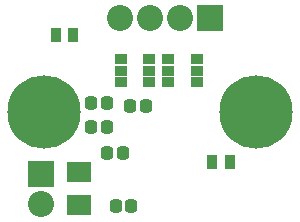
<source format=gbs>
G04*
G04 #@! TF.GenerationSoftware,Altium Limited,Altium Designer,24.2.2 (26)*
G04*
G04 Layer_Color=16711935*
%FSLAX44Y44*%
%MOMM*%
G71*
G04*
G04 #@! TF.SameCoordinates,671ECA9C-2CDA-4785-821E-9719013758DC*
G04*
G04*
G04 #@! TF.FilePolarity,Negative*
G04*
G01*
G75*
%ADD22R,0.9032X1.2032*%
G04:AMPARAMS|DCode=25|XSize=1.1532mm|YSize=1.0532mm|CornerRadius=0.3141mm|HoleSize=0mm|Usage=FLASHONLY|Rotation=90.000|XOffset=0mm|YOffset=0mm|HoleType=Round|Shape=RoundedRectangle|*
%AMROUNDEDRECTD25*
21,1,1.1532,0.4250,0,0,90.0*
21,1,0.5250,1.0532,0,0,90.0*
1,1,0.6282,0.2125,0.2625*
1,1,0.6282,0.2125,-0.2625*
1,1,0.6282,-0.2125,-0.2625*
1,1,0.6282,-0.2125,0.2625*
%
%ADD25ROUNDEDRECTD25*%
%ADD26C,2.2032*%
%ADD27R,2.2032X2.2032*%
%ADD28R,2.2032X2.2032*%
%ADD29C,6.2032*%
%ADD49R,2.1532X1.8032*%
%ADD50R,1.1032X0.8432*%
D22*
X315000Y420000D02*
D03*
X300000D02*
D03*
X447500Y312500D02*
D03*
X432500D02*
D03*
D25*
X343250Y320000D02*
D03*
X356750D02*
D03*
X364250Y275000D02*
D03*
X350750D02*
D03*
X343500Y362500D02*
D03*
X330000D02*
D03*
X343500Y342500D02*
D03*
X330000D02*
D03*
X363250Y360000D02*
D03*
X376750D02*
D03*
D26*
X379600Y434826D02*
D03*
X405000D02*
D03*
X354200D02*
D03*
X287500Y277300D02*
D03*
D27*
X430400Y434826D02*
D03*
D28*
X287500Y302700D02*
D03*
D29*
X470000Y355000D02*
D03*
X290000D02*
D03*
D49*
X320000Y304000D02*
D03*
Y276000D02*
D03*
D50*
X419500Y380500D02*
D03*
Y399500D02*
D03*
Y390000D02*
D03*
X395500D02*
D03*
Y399500D02*
D03*
Y380500D02*
D03*
X379500Y380500D02*
D03*
Y399500D02*
D03*
Y390000D02*
D03*
X355500D02*
D03*
Y399500D02*
D03*
Y380500D02*
D03*
M02*

</source>
